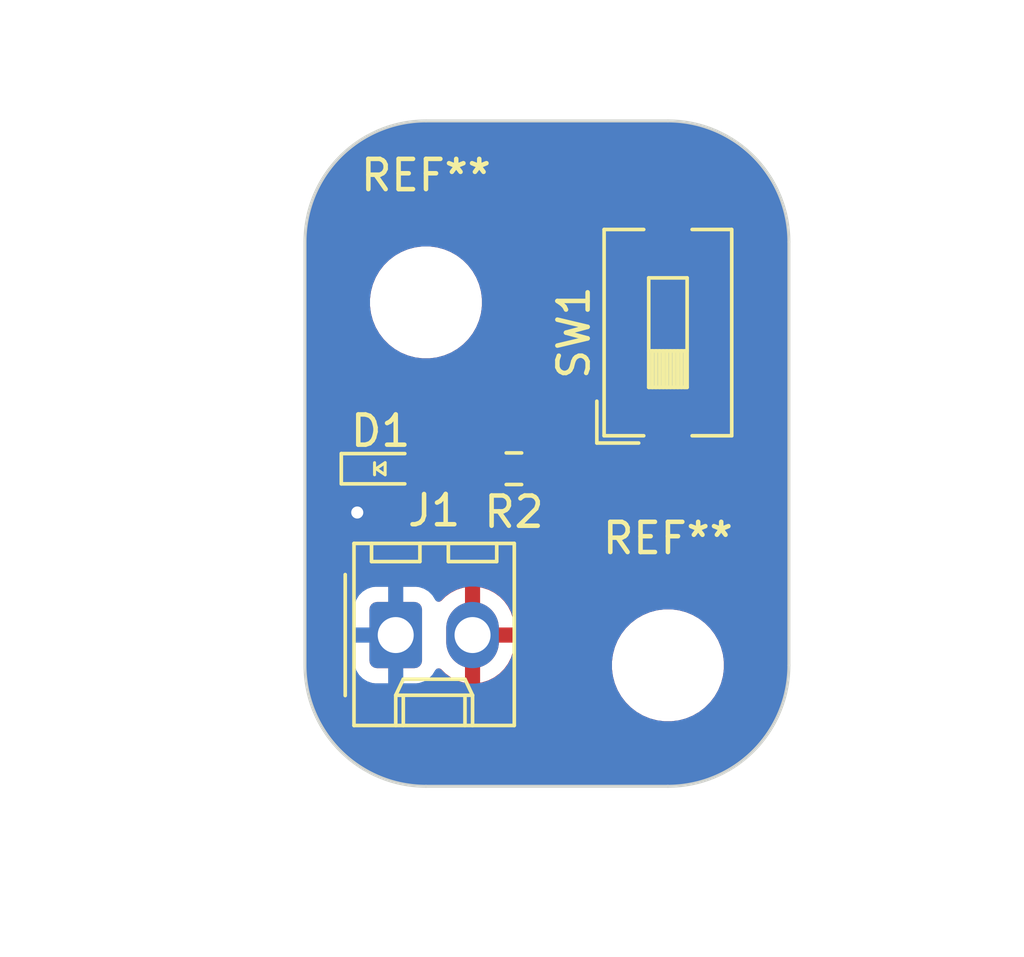
<source format=kicad_pcb>
(kicad_pcb (version 20240108) (generator "pcbnew") (generator_version "8.0")
  (title_block (title "LED Project") (date "2022-08-16") (rev "1.0") (company "Illini Solar Car") (comment 1 "Designed By: Nathan Wang"))
  (layers (0 "F.Cu" signal) (31 "B.Cu" signal) (34 "B.Paste" user) (35 "F.Paste" user) (36 "B.SilkS" user "B.Silkscreen") (37 "F.SilkS" user "F.Silkscreen") (38 "B.Mask" user) (39 "F.Mask" user) (44 "Edge.Cuts" user))
  (net 0 "")
  (net 1 "GND")
  (net 2 "Net-(D1-A)")
  (net 3 "+3V3")
  (net 4 "Net-(R2-Pad1)")
  (footprint "layout:LED_0603_Symbol_on_F.SilkS" (layer "F.Cu") (at 110.5 90.5)
    (property "Reference" "D1" (at 0 -1.25 0) (layer "F.SilkS"))
    (property "Value" "LED_BLUE" (hide yes))
    (fp_line (start -1.3 -0.5) (end -1.3 0.5) (stroke (width 0.12)) (layer "F.SilkS"))
    (fp_line (start -1.3 -0.5) (end 0.8 -0.5) (stroke (width 0.12)) (layer "F.SilkS"))
    (fp_line (start -1.3 0.5) (end 0.8 0.5) (stroke (width 0.12)) (layer "F.SilkS"))
    (fp_line (start -0.2 -0.2) (end -0.2 0.2) (stroke (width 0.1)) (layer "F.SilkS"))
    (fp_line (start -0.15 0) (end 0.15 -0.2) (stroke (width 0.1)) (layer "F.SilkS"))
    (fp_line (start 0.15 -0.2) (end 0.15 0.2) (stroke (width 0.1)) (layer "F.SilkS"))
    (fp_line (start 0.15 0.2) (end -0.15 0) (stroke (width 0.1)) (layer "F.SilkS"))
    (pad "1" smd rect (at -0.8 0 180) (size 0.8 0.8) (layers "F.Cu" "F.Paste" "F.Mask") (net 1 "GND"))
    (pad "2" smd rect (at 0.8 0 180) (size 0.8 0.8) (layers "F.Cu" "F.Paste" "F.Mask") (net 2 "Net-(D1-A)"))
  )
  (footprint "MountingHole:MountingHole_3.2mm_M3" (layer "F.Cu") (at 112 85)
    (property "Reference" "REF**" (at 0 -4.2 0) (layer "F.SilkS"))
    (property "Value" "MountingHole_3.2mm_M3" (hide yes))
    (pad "" np_thru_hole circle (at 0 0) (size 3.2 3.2) (drill 3.2) (layers "*.Cu" "*.Mask" "In1.Cu" "In2.Cu" "In3.Cu" "In4.Cu" "In5.Cu" "In6.Cu" "In7.Cu" "In8.Cu" "In9.Cu" "In10.Cu" "In11.Cu" "In12.Cu" "In13.Cu" "In14.Cu" "In15.Cu" "In16.Cu" "In17.Cu" "In18.Cu" "In19.Cu" "In20.Cu" "In21.Cu" "In22.Cu" "In23.Cu" "In24.Cu" "In25.Cu" "In26.Cu" "In27.Cu" "In28.Cu" "In29.Cu" "In30.Cu"))
  )
  (footprint "Resistor_SMD:R_0603_1608Metric_Pad0.98x0.95mm_HandSolder" (layer "F.Cu") (at 114.9085 90.5 180)
    (property "Reference" "R2" (at 0 -1.43 180) (layer "F.SilkS"))
    (property "Value" "105")
    (fp_line (start -0.254724 0.5225) (end 0.254724 0.5225) (stroke (width 0.12)) (layer "F.SilkS"))
    (fp_line (start -0.254724 -0.5225) (end 0.254724 -0.5225) (stroke (width 0.12)) (layer "F.SilkS"))
    (pad "1" smd roundrect (at -0.9125 0 180) (size 0.975 0.95) (layers "F.Cu" "F.Paste" "F.Mask") (net 4 "Net-(R2-Pad1)"))
    (pad "2" smd roundrect (at 0.9125 0 180) (size 0.975 0.95) (layers "F.Cu" "F.Paste" "F.Mask") (net 2 "Net-(D1-A)"))
  )
  (footprint "Connector_Molex:Molex_KK-254_AE-6410-02A_1x02_P2.54mm_Vertical" (layer "F.Cu") (at 111 96)
    (property "Reference" "J1" (at 1.27 -4.12 0) (layer "F.SilkS"))
    (property "Value" "Conn_01x02" (hide yes))
    (fp_line (start -1.67 -2) (end -1.67 2) (stroke (width 0.12)) (layer "F.SilkS"))
    (fp_line (start -1.38 -3.03) (end -1.38 2.99) (stroke (width 0.12)) (layer "F.SilkS"))
    (fp_line (start -1.38 2.99) (end 3.92 2.99) (stroke (width 0.12)) (layer "F.SilkS"))
    (fp_line (start -0.8 -3.03) (end -0.8 -2.43) (stroke (width 0.12)) (layer "F.SilkS"))
    (fp_line (start -0.8 -2.43) (end 0.8 -2.43) (stroke (width 0.12)) (layer "F.SilkS"))
    (fp_line (start 0 1.99) (end 0.25 1.46) (stroke (width 0.12)) (layer "F.SilkS"))
    (fp_line (start 0 1.99) (end 2.54 1.99) (stroke (width 0.12)) (layer "F.SilkS"))
    (fp_line (start 0 2.99) (end 0 1.99) (stroke (width 0.12)) (layer "F.SilkS"))
    (fp_line (start 0.25 1.46) (end 2.29 1.46) (stroke (width 0.12)) (layer "F.SilkS"))
    (fp_line (start 0.25 2.99) (end 0.25 1.99) (stroke (width 0.12)) (layer "F.SilkS"))
    (fp_line (start 0.8 -2.43) (end 0.8 -3.03) (stroke (width 0.12)) (layer "F.SilkS"))
    (fp_line (start 1.74 -3.03) (end 1.74 -2.43) (stroke (width 0.12)) (layer "F.SilkS"))
    (fp_line (start 1.74 -2.43) (end 3.34 -2.43) (stroke (width 0.12)) (layer "F.SilkS"))
    (fp_line (start 2.29 1.46) (end 2.54 1.99) (stroke (width 0.12)) (layer "F.SilkS"))
    (fp_line (start 2.29 2.99) (end 2.29 1.99) (stroke (width 0.12)) (layer "F.SilkS"))
    (fp_line (start 2.54 1.99) (end 2.54 2.99) (stroke (width 0.12)) (layer "F.SilkS"))
    (fp_line (start 3.34 -2.43) (end 3.34 -3.03) (stroke (width 0.12)) (layer "F.SilkS"))
    (fp_line (start 3.92 -3.03) (end -1.38 -3.03) (stroke (width 0.12)) (layer "F.SilkS"))
    (fp_line (start 3.92 2.99) (end 3.92 -3.03) (stroke (width 0.12)) (layer "F.SilkS"))
    (pad "1" thru_hole roundrect (at 0 0) (size 1.74 2.19) (drill 1.19) (layers "*.Cu" "*.Mask" "In1.Cu" "In2.Cu" "In3.Cu" "In4.Cu" "In5.Cu" "In6.Cu" "In7.Cu" "In8.Cu" "In9.Cu" "In10.Cu" "In11.Cu" "In12.Cu" "In13.Cu" "In14.Cu" "In15.Cu" "In16.Cu" "In17.Cu" "In18.Cu" "In19.Cu" "In20.Cu" "In21.Cu" "In22.Cu" "In23.Cu" "In24.Cu" "In25.Cu" "In26.Cu" "In27.Cu" "In28.Cu" "In29.Cu" "In30.Cu") (roundrect_rratio 0.143678) (net 1 "GND"))
    (pad "2" thru_hole oval (at 2.54 0) (size 1.74 2.19) (drill 1.19) (layers "*.Cu" "*.Mask" "In1.Cu" "In2.Cu" "In3.Cu" "In4.Cu" "In5.Cu" "In6.Cu" "In7.Cu" "In8.Cu" "In9.Cu" "In10.Cu" "In11.Cu" "In12.Cu" "In13.Cu" "In14.Cu" "In15.Cu" "In16.Cu" "In17.Cu" "In18.Cu" "In19.Cu" "In20.Cu" "In21.Cu" "In22.Cu" "In23.Cu" "In24.Cu" "In25.Cu" "In26.Cu" "In27.Cu" "In28.Cu" "In29.Cu" "In30.Cu") (net 3 "+3V3"))
  )
  (footprint "Button_Switch_SMD:SW_DIP_SPSTx01_Slide_6.7x4.1mm_W8.61mm_P2.54mm_LowProfile" (layer "F.Cu") (at 120 86 90)
    (property "Reference" "SW1" (at 0 -3.11 90) (layer "F.SilkS"))
    (property "Value" "SW_Push" (hide yes))
    (fp_line (start -3.65 -2.35) (end -2.267 -2.35) (stroke (width 0.12)) (layer "F.SilkS"))
    (fp_line (start -3.65 -2.35) (end -3.65 -0.967) (stroke (width 0.12)) (layer "F.SilkS"))
    (fp_line (start 3.41 -2.11) (end 3.41 -0.8) (stroke (width 0.12)) (layer "F.SilkS"))
    (fp_line (start -3.41 -2.11) (end 3.41 -2.11) (stroke (width 0.12)) (layer "F.SilkS"))
    (fp_line (start -3.41 -2.11) (end -3.41 -0.8) (stroke (width 0.12)) (layer "F.SilkS"))
    (fp_line (start 1.81 -0.635) (end -1.81 -0.635) (stroke (width 0.12)) (layer "F.SilkS"))
    (fp_line (start -0.603333 -0.635) (end -0.603333 0.635) (stroke (width 0.12)) (layer "F.SilkS"))
    (fp_line (start -1.81 -0.635) (end -1.81 0.635) (stroke (width 0.12)) (layer "F.SilkS"))
    (fp_line (start -1.81 -0.515) (end -0.603333 -0.515) (stroke (width 0.12)) (layer "F.SilkS"))
    (fp_line (start -1.81 -0.395) (end -0.603333 -0.395) (stroke (width 0.12)) (layer "F.SilkS"))
    (fp_line (start -1.81 -0.275) (end -0.603333 -0.275) (stroke (width 0.12)) (layer "F.SilkS"))
    (fp_line (start -1.81 -0.155) (end -0.603333 -0.155) (stroke (width 0.12)) (layer "F.SilkS"))
    (fp_line (start -1.81 -0.035) (end -0.603333 -0.035) (stroke (width 0.12)) (layer "F.SilkS"))
    (fp_line (start -1.81 0.085) (end -0.603333 0.085) (stroke (width 0.12)) (layer "F.SilkS"))
    (fp_line (start -1.81 0.205) (end -0.603333 0.205) (stroke (width 0.12)) (layer "F.SilkS"))
    (fp_line (start -1.81 0.325) (end -0.603333 0.325) (stroke (width 0.12)) (layer "F.SilkS"))
    (fp_line (start -1.81 0.445) (end -0.603333 0.445) (stroke (width 0.12)) (layer "F.SilkS"))
    (fp_line (start -1.81 0.565) (end -0.603333 0.565) (stroke (width 0.12)) (layer "F.SilkS"))
    (fp_line (start 1.81 0.635) (end 1.81 -0.635) (stroke (width 0.12)) (layer "F.SilkS"))
    (fp_line (start -1.81 0.635) (end 1.81 0.635) (stroke (width 0.12)) (layer "F.SilkS"))
    (fp_line (start 3.41 0.8) (end 3.41 2.11) (stroke (width 0.12)) (layer "F.SilkS"))
    (fp_line (start -3.41 0.8) (end -3.41 2.11) (stroke (width 0.12)) (layer "F.SilkS"))
    (fp_line (start -3.41 2.11) (end 3.41 2.11) (stroke (width 0.12)) (layer "F.SilkS"))
    (pad "1" smd rect (at -4.305 0 90) (size 2.44 1.12) (layers "F.Cu" "F.Paste" "F.Mask") (net 3 "+3V3"))
    (pad "2" smd rect (at 4.305 0 90) (size 2.44 1.12) (layers "F.Cu" "F.Paste" "F.Mask") (net 4 "Net-(R2-Pad1)"))
  )
  (footprint "MountingHole:MountingHole_3.2mm_M3" (layer "F.Cu") (at 120 97)
    (property "Reference" "REF**" (at 0 -4.2 0) (layer "F.SilkS"))
    (property "Value" "MountingHole_3.2mm_M3" (hide yes))
    (pad "" np_thru_hole circle (at 0 0) (size 3.2 3.2) (drill 3.2) (layers "*.Cu" "*.Mask" "In1.Cu" "In2.Cu" "In3.Cu" "In4.Cu" "In5.Cu" "In6.Cu" "In7.Cu" "In8.Cu" "In9.Cu" "In10.Cu" "In11.Cu" "In12.Cu" "In13.Cu" "In14.Cu" "In15.Cu" "In16.Cu" "In17.Cu" "In18.Cu" "In19.Cu" "In20.Cu" "In21.Cu" "In22.Cu" "In23.Cu" "In24.Cu" "In25.Cu" "In26.Cu" "In27.Cu" "In28.Cu" "In29.Cu" "In30.Cu"))
  )
  (gr_arc (start 112 101) (mid 109.171573 99.828427) (end 108 97) (stroke (width 0.1)) (layer "Edge.Cuts"))
  (gr_line (start 112 101) (end 120 101) (stroke (width 0.1)) (layer "Edge.Cuts"))
  (gr_arc (start 108 83) (mid 109.171573 80.171573) (end 112 79) (stroke (width 0.1)) (layer "Edge.Cuts"))
  (gr_line (start 112 79) (end 120 79) (stroke (width 0.1)) (layer "Edge.Cuts"))
  (gr_line (start 108 83) (end 108 97) (stroke (width 0.1)) (layer "Edge.Cuts"))
  (gr_arc (start 120 79) (mid 122.828427 80.171573) (end 124 83) (stroke (width 0.1)) (layer "Edge.Cuts"))
  (gr_arc (start 124 97) (mid 122.828427 99.828427) (end 120 101) (stroke (width 0.1)) (layer "Edge.Cuts"))
  (gr_line (start 124 97) (end 124 83) (stroke (width 0.1)) (layer "Edge.Cuts"))
  (segment (start 109.7 91.92) (end 109.728 91.948) (width 0.25) (layer "F.Cu") (net 1))
  (segment (start 109.7 90.5) (end 109.7 91.92) (width 0.25) (layer "F.Cu") (net 1))
  (via (at 109.728 91.948) (size 0.8) (drill 0.4) (layers "F.Cu" "B.Cu") (net 1))
  (segment (start 113.996 90.5) (end 111.3 90.5) (width 0.25) (layer "F.Cu") (net 2))
  (segment (start 120 81.695) (end 118.457 81.695) (width 0.25) (layer "F.Cu") (net 4))
  (segment (start 115.821 84.331) (end 115.821 90.5) (width 0.25) (layer "F.Cu") (net 4))
  (segment (start 118.457 81.695) (end 115.821 84.331) (width 0.25) (layer "F.Cu") (net 4))
  (zone (net 3) (net_name "+3V3") (layer "F.Cu") (connect_pads (clearance 0.508)) (min_thickness 0.25) (fill yes (thermal_gap 0.5) (thermal_bridge_width 0.5))
    (polygon (pts (xy 108 79) (xy 124 79) (xy 124 101) (xy 108 101)))
  )
  (zone (net 1) (net_name "GND") (layer "B.Cu") (priority 1) (connect_pads (clearance 0.508)) (min_thickness 0.25) (fill yes (thermal_gap 0.5) (thermal_bridge_width 0.5))
    (polygon (pts (xy 108 79) (xy 124 79) (xy 124 101) (xy 108 101)))
  )
)
</source>
